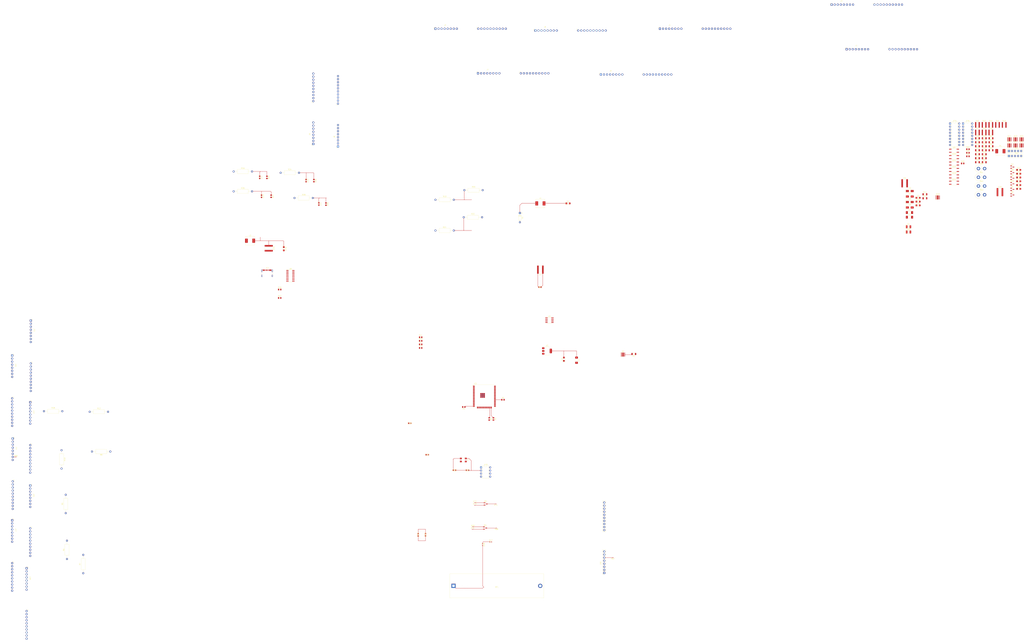
<source format=kicad_pcb>
(kicad_pcb (version 20241229) (generator "pcbnew") (generator_version "9.0")
  (layers (0 "F.Cu" signal) (2 "B.Cu" signal) (13 "F.Paste" user) (15 "B.Paste" user) (5 "F.SilkS" user "F.Silkscreen") (7 "B.SilkS" user "B.Silkscreen") (1 "F.Mask" user) (3 "B.Mask" user) (25 "Edge.Cuts" user))
  (net 0 "")
  (net 1 "GND")
  (net 2 "Net-(BT1-+)")
  (net 3 "VCC")
  (net 4 "-3.3V")
  (net 5 "+3.3V")
  (net 6 "Net-(C8-Pad2)")
  (net 7 "+12V")
  (net 8 "/page2/INPUT_AA1")
  (net 9 "/page2/INPUT_AA2")
  (net 10 "/page2/INPUT_AA3")
  (net 11 "/page2/INPUT_AA4")
  (net 12 "VCC_12v_1")
  (net 13 "Net-(Q1-C)")
  (net 14 "+12VIN")
  (net 15 "Net-(U19-X1)")
  (net 16 "Net-(C26-Pad1)")
  (net 17 "Net-(U19-X2)")
  (net 18 "/OUT 5V")
  (net 19 "Net-(D2-A)")
  (net 20 "Net-(D3-A2)")
  (net 21 "Net-(D3-A1)")
  (net 22 "/page2/INA1")
  (net 23 "/page2/INA2")
  (net 24 "/page2/INA3")
  (net 25 "/page2/INA4")
  (net 26 "Net-(D11-K)")
  (net 27 "Net-(D12-K)")
  (net 28 "Net-(D13-K)")
  (net 29 "Net-(D14-K)")
  (net 30 "Net-(D15-K)")
  (net 31 "Net-(D16-K)")
  (net 32 "VBAT")
  (net 33 "/GPIO13")
  (net 36 "/CHA2")
  (net 37 "/CHA4")
  (net 38 "/CHA3")
  (net 39 "/CHA1")
  (net 40 "/NO0")
  (net 41 "/PCOMI")
  (net 42 "/NC0")
  (net 43 "/NC1")
  (net 44 "/NO1")
  (net 45 "/PCOM2")
  (net 46 "/PCOM3")
  (net 47 "/NO2")
  (net 48 "/NC2")
  (net 49 "/NO3")
  (net 50 "/PCOM4")
  (net 51 "/NC3")
  (net 52 "/NO4")
  (net 53 "/NC4")
  (net 54 "/PCOM5")
  (net 55 "/NC5")
  (net 56 "/PCOM6")
  (net 57 "/NO5")
  (net 58 "/INPUT_D2")
  (net 59 "/INPUT_D4")
  (net 60 "/INPUT_D1")
  (net 61 "/INPUT_D5")
  (net 62 "/INPUT_D3")
  (net 63 "/INPUT_D6")
  (net 64 "/DAOU2")
  (net 65 "/DAOU1")
  (net 66 "/TEPP2")
  (net 67 "/TEPP1")
  (net 68 "/IO12")
  (net 71 "/page2/USBC_N")
  (net 73 "/page2/USBC_P")
  (net 77 "/SPI_CS")
  (net 78 "/SPI_MISO")
  (net 79 "/SPI_CLK")
  (net 80 "Net-(J14-Pin_7)")
  (net 81 "/SPI_RST")
  (net 82 "/SPI_MOSI")
  (net 87 "/SPI_DIO0")
  (net 89 "/CE_S")
  (net 91 "/IRQ")
  (net 92 "/IIC_SDA")
  (net 93 "/IIC_SCL")
  (net 94 "/TUYA_TX")
  (net 95 "/TUYA_RX")
  (net 96 "Net-(Q1-B)")
  (net 97 "/page2/RTS")
  (net 98 "/page2/IO0")
  (net 99 "/page2/DTR")
  (net 100 "Net-(Q2-B)")
  (net 101 "Net-(Q3-G)")
  (net 102 "/SCL_5V")
  (net 103 "/SDA5V")
  (net 104 "Net-(Q4-G)")
  (net 105 "/11C_SCL")
  (net 106 "Net-(R6-Pad2)")
  (net 107 "Net-(U4-A)")
  (net 108 "Net-(U4-B)")
  (net 109 "Net-(U4-~{RE})")
  (net 110 "Net-(U6-1IN+)")
  (net 111 "Net-(U6-1IN-)")
  (net 112 "/DAC1")
  (net 113 "/DAC2")
  (net 114 "Net-(U6-2IN-)")
  (net 115 "/page2/CHA1")
  (net 116 "Net-(U6-2IN+)")
  (net 117 "/HT1")
  (net 118 "/HT2")
  (net 119 "/page2/CHA2")
  (net 120 "/page2/CHA3")
  (net 121 "/page2/CHA4")
  (net 122 "Net-(R30-Pad2)")
  (net 123 "Net-(R31-Pad2)")
  (net 124 "Net-(R32-Pad2)")
  (net 125 "Net-(R33-Pad2)")
  (net 126 "/page2/DPP_P")
  (net 127 "/page2/DPP_N")
  (net 128 "/page2/IN0A")
  (net 129 "/page2/INPUT D1")
  (net 130 "/page2/IN1A")
  (net 131 "/page2/INPUT D2")
  (net 132 "/page2/IN2A")
  (net 133 "/page2/INPUT D3")
  (net 134 "/page2/IN3A")
  (net 135 "/page2/INPUT D4")
  (net 136 "/page2/IN4A")
  (net 137 "/page2/INPUT D5")
  (net 138 "/page2/INPUT D6")
  (net 139 "/page2/IN5A")
  (net 140 "/page2/INA3A")
  (net 141 "/page2/INA2A")
  (net 142 "/page2/INA1A")
  (net 143 "/page2/INA0A")
  (net 144 "/page2/INA5A")
  (net 145 "/page2/INA4A")
  (net 148 "/page2/II_SDA")
  (net 149 "/page2/IIC_SCL")
  (net 150 "/page2/RLY1")
  (net 151 "/page2/RLY2")
  (net 152 "/page2/RLY3")
  (net 153 "/page2/RLY5")
  (net 154 "/page2/RLY6")
  (net 155 "/page2/RLY4")
  (net 156 "/page2/IN_D6")
  (net 157 "/page2/IN_D5")
  (net 158 "/page2/IN_D4")
  (net 159 "/page2/IN_D3")
  (net 160 "/page2/IN_D2")
  (net 161 "/page2/IN_D1")
  (net 162 "/page2/OT3")
  (net 163 "/page2/OT1")
  (net 164 "/page2/OT2")
  (net 165 "/page2/OT4")
  (net 168 "/page2/OT6")
  (net 169 "/page2/OT5")
  (net 170 "-12V")
  (net 171 "/INA3")
  (net 172 "/U0T")
  (net 174 "/485RX")
  (net 176 "/IIT1")
  (net 179 "/11C_SDA")
  (net 181 "/INA 1")
  (net 182 "/IO0")
  (net 183 "/485TX")
  (net 185 "/U0R")
  (net 186 "/INA 2")
  (net 187 "/EN")
  (net 188 "/INA4")
  (net 194 "/page2/U0T")
  (net 198 "/page2/U0R")
  (net 199 "/page2/IN D1")
  (net 200 "/page2/IN D2")
  (net 201 "/page2/IN D3")
  (net 202 "/page2/IN D4")
  (net 203 "/page2/IN D5")
  (net 204 "/page2/IN D6")
  (footprint "Resistor_SMD:R_0805_2012Metric" (layer "F.Cu") (at 451.025 220.4125 -90)
    (property "Reference" "R5")
    (property "Value" "10K")
  )
  (footprint "Package_TO_SOT_SMD:SOT-223-3_TabPin2" (layer "F.Cu") (at 499.025 164)
    (property "Reference" "U2")
    (property "Value" "AMS1117-3.3")
  )
  (footprint "Module:Flipper_Zero_Angled" (layer "F.Cu") (at 70.5 138.8 -90)
    (property "Reference" "J11")
    (property "Value" "Conn_01x07")
  )
  (footprint "Resistor_SMD:R_1206_3216Metric" (layer "F.Cu") (at 867.57 -9.24)
    (property "Reference" "R63")
    (property "Value" "4.7K")
  )
  (footprint "Diode_SMD:D_SOD-523" (layer "F.Cu") (at 452.325 322.5)
    (property "Reference" "D17")
    (property "Value" "1N4148WT")
  )
  (footprint "Package_DIP:DIP-8_W7.62mm" (layer "F.Cu") (at 444.22 260.69)
    (property "Reference" "U19")
    (property "Value" "DS1307N+")
  )
  (footprint "Resistor_SMD:R_1206_3216Metric" (layer "F.Cu") (at 856.35 4)
    (property "Reference" "R43")
    (property "Value" "2K/1206")
  )
  (footprint "Resistor_SMD:R_1218_3246Metric" (layer "F.Cu") (at 867.42 -23.67)
    (property "Reference" "R44")
    (property "Value" "100K")
  )
  (footprint "Resistor_SMD:R_0805_2012Metric" (layer "F.Cu") (at 848.45 2.42)
    (property "Reference" "R35")
    (property "Value" "12k")
  )
  (footprint "Resistor_THT:R_Axial_DIN0614_L14.3mm_D5.7mm_P5.08mm_Vertical" (layer "F.Cu") (at 857.17 12.59)
    (property "Reference" "R50")
    (property "Value" "10K")
  )
  (footprint "Capacitor_Tantalum_SMD:CP_EIA-2012-12_Kemet-R" (layer "F.Cu") (at 309.61 42 -90)
    (property "Reference" "C14")
    (property "Value" "10p")
  )
  (footprint "Resistor_SMD:R_0805_2012Metric" (layer "F.Cu") (at 266.5 19.9125 -90)
    (property "Reference" "R23")
    (property "Value" "10K/1%")
  )
  (footprint "Resistor_SMD:R_1206_3216Metric" (layer "F.Cu") (at 856.35 -9.24)
    (property "Reference" "R39")
    (property "Value" "2K/1206")
  )
  (footprint "Resistor_SMD:R_1206_3216Metric" (layer "F.Cu") (at 812.7 33.94)
    (property "Reference" "R14")
    (property "Value" "3.16K/1%")
  )
  (footprint "Module:Flipper_Zero_Angled" (layer "F.Cu") (at 735.3 -123.5)
    (property "Reference" "J3")
    (property "Value" "Conn_01x05")
  )
  (footprint "Capacitor_Tantalum_SMD:CP_EIA-3216-18_Kemet-A" (layer "F.Cu") (at 516.5 41.5)
    (property "Reference" "C1")
    (property "Value" "100nF")
  )
  (footprint "Resistor_SMD:R_1206_3216Metric" (layer "F.Cu") (at 861.96 0.69)
    (property "Reference" "R59")
    (property "Value" "4.7K")
  )
  (footprint "Resistor_THT:R_Axial_DIN0309_L9.0mm_D3.2mm_P15.24mm_Horizontal" (layer "F.Cu") (at 238.88 31.5)
    (property "Reference" "R26")
    (property "Value" "5.1K")
  )
  (footprint "Diode_THT:D_DO-35_SOD27_P7.62mm_Horizontal" (layer "F.Cu") (at 476.5 49.5 -90)
    (property "Reference" "D1")
    (property "Value" "SS36")
  )
  (footprint "Resistor_SMD:R_1218_3246Metric" (layer "F.Cu") (at 861.87 -23.67)
    (property "Reference" "R33")
    (property "Value" "100R")
  )
  (footprint "Resistor_THT:R_Axial_DIN0309_L9.0mm_D3.2mm_P15.24mm_Horizontal" (layer "F.Cu") (at 277.88 16.09)
    (property "Reference" "R24")
    (property "Value" "5.1K")
  )
  (footprint "Module:Flipper_Zero_Angled" (layer "F.Cu") (at 489.34 -102)
    (property "Reference" "J6")
    (property "Value" "Conn_01x03")
  )
  (footprint "Resistor_SMD:R_1206_3216Metric" (layer "F.Cu") (at 856.35 -2.62)
    (property "Reference" "R41")
    (property "Value" "2K/1206")
  )
  (footprint "Capacitor_SMD:C_1825_4564Metric" (layer "F.Cu") (at 268 78.745 -90)
    (property "Reference" "C15")
    (property "Value" "1uF/50V")
  )
  (footprint "Resistor_SMD:R_1206_3216Metric" (layer "F.Cu") (at 571.0625 166.5 180)
    (property "Reference" "R1")
    (property "Value" "1K")
  )
  (footprint "Inductor_SMD:L_Sunlord_MWSA0605S" (layer "F.Cu") (at 493.5 41.5)
    (property "Reference" "L1")
    (property "Value" "68uF/2A")
  )
  (footprint "Inductor_SMD:L_Sunlord_MWSA0605S" (layer "F.Cu") (at 252.5 72.5)
    (property "Reference" "L2")
    (property "Value" "22R/500MA")
  )
  (footprint "Capacitor_Tantalum_SMD:CP_EIA-2012-12_Kemet-R" (layer "F.Cu") (at 422.135 263 180)
    (property "Reference" "C26")
    (property "Value" "12.5pF/NC")
  )
  (footprint "Resistor_SMD:R_0805_2012Metric" (layer "F.Cu") (at 844.04 8.32)
    (property "Reference" "R30")
    (property "Value" "10k")
  )
  (footprint "Capacitor_Tantalum_SMD:CP_EIA-2012-12_Kemet-R" (layer "F.Cu") (at 433.025 263)
    (property "Reference" "C27")
    (property "Value" "12.5pF/NC")
  )
  (footprint "Resistor_SMD:R_0805_2012Metric" (layer "F.Cu") (at 462.4375 204.5)
    (property "Reference" "R3")
    (property "Value" "10K")
  )
  (footprint "Resistor_SMD:R_1206_3216Metric" (layer "F.Cu") (at 856.35 7.31)
    (property "Reference" "R54")
    (property "Value" "4.7K")
  )
  (footprint "Resistor_SMD:R_0805_2012Metric" (layer "F.Cu") (at 394.1125 161.5)
    (property "Reference" "R74")
    (property "Value" "10K")
  )
  (footprint "Module:Flipper_Zero_Angled" (layer "F.Cu") (at 406.38 -103.5)
    (property "Reference" "J2")
    (property "Value" "Conn_01x02")
  )
  (footprint "Resistor_THT:R_Axial_DIN0309_L9.0mm_D3.2mm_P15.24mm_Horizontal" (layer "F.Cu") (at 289.38 37)
    (property "Reference" "R28")
    (property "Value" "5.1K")
  )
  (footprint "Capacitor_Tantalum_SMD:CP_EIA-3216-18_Kemet-A" (layer "F.Cu") (at 807.065 36.85)
    (property "Reference" "C3")
    (property "Value" "100nF")
  )
  (footprint "Package_TO_SOT_SMD:SOT-23" (layer "F.Cu") (at 885.26 34.49)
    (property "Reference" "Q2")
    (property "Value" "SS8050")
  )
  (footprint "Resistor_SMD:R_0805_2012Metric" (layer "F.Cu") (at 429.9375 210.5 180)
    (property "Reference" "R4")
    (property "Value" "10K")
  )
  (footprint "Module:Flipper_Zero_Angled" (layer "F.Cu") (at 55 304.58 -90)
    (property "Reference" "J17")
    (property "Value" "Conn_01x04_Socket")
  )
  (footprint "Resistor_THT:R_Axial_DIN0614_L14.3mm_D5.7mm_P5.08mm_Vertical" (layer "F.Cu") (at 857.17 19.84)
    (property "Reference" "R51")
    (property "Value" "10K")
  )
  (footprint "Resistor_SMD:R_0201_0603Metric" (layer "F.Cu") (at 553.68 335.5 180)
    (property "Reference" "R67")
    (property "Value" "10K")
  )
  (footprint "Package_SO:SO-4_4.4x3.6mm_P2.54mm" (layer "F.Cu") (at 836.91 3.1)
    (property "Reference" "U10")
    (property "Value" "LTV-358T")
  )
  (footprint "Resistor_THT:R_Axial_DIN0309_L9.0mm_D3.2mm_P15.24mm_Horizontal" (layer "F.Cu") (at 114 348.5 90)
    (property "Reference" "R7")
    (property "Value" "4K7")
  )
  (footprint "Resistor_SMD:R_0805_2012Metric" (layer "F.Cu") (at 454.525 220.4125 -90)
    (property "Reference" "R2")
    (property "Value" "10K")
  )
  (footprint "LED_SMD:LED_Cree-XP" (layer "F.Cu") (at 892.95 -6.63)
    (property "Reference" "D16")
    (property "Value" "LED")
  )
  (footprint "Resistor_SMD:R_01005_0402Metric_Pad0.57x0.30mm_HandSolder" (layer "F.Cu") (at 437.1625 312)
    (property "Reference" "R70")
    (property "Value" "427")
  )
  (footprint "Resistor_THT:R_Axial_DIN0309_L9.0mm_D3.2mm_P15.24mm_Horizontal" (layer "F.Cu") (at 119.38 214.5)
    (property "Reference" "R12")
    (property "Value" "4K7/1%")
  )
  (footprint "Package_SO:SO-4_4.4x3.6mm_P2.54mm" (layer "F.Cu") (at 836.91 -2.215)
    (property "Reference" "U9")
    (property "Value" "LTV-358T")
  )
  (footprint "Resistor_THT:R_Axial_DIN0309_L9.0mm_D3.2mm_P15.24mm_Horizontal" (layer "F.Cu") (at 99.5 298.62 90)
    (property "Reference" "R9")
    (property "Value" "PPTC/60V/10R")
  )
  (footprint "LED_SMD:LED_Cree-XP" (layer "F.Cu") (at 887.9 -11.68)
    (property "Reference" "D13")
    (property "Value" "LED")
  )
  (footprint "Diode_SMD:D_SMA" (layer "F.Cu") (at 800.165 40.35)
    (property "Reference" "D5")
    (property "Value" "SMAJ64CA")
  )
  (footprint "Module:Flipper_Zero_Angled" (layer "F.Cu") (at 305 -7.84 90)
    (property "Reference" "J9")
    (property "Value" "Conn_01x03")
  )
  (footprint "Resistor_SMD:R_1206_3216Metric" (layer "F.Cu") (at 861.96 7.31)
    (property "Reference" "R61")
    (property "Value" "4.7K")
  )
  (footprint "Resistor_THT:R_Axial_DIN0309_L9.0mm_D3.2mm_P15.24mm_Horizontal" (layer "F.Cu") (at 81.38 214)
    (property "Reference" "R18")
    (property "Value" "4K7/1%")
  )
  (footprint "Resistor_SMD:R_0805_2012Metric" (layer "F.Cu") (at 848.45 -3.48)
    (property "Reference" "R31")
    (property "Value" "10k")
  )
  (footprint "Capacitor_Tantalum_SMD:CP_EIA-3216-18_Kemet-A" (layer "F.Cu") (at 280.5 79.1475 -90)
    (property "Reference" "C16")
    (property "Value" "100nF")
  )
  (footprint "Package_SO:SO-4_4.4x3.6mm_P2.54mm" (layer "F.Cu") (at 836.91 13.73)
    (property "Reference" "U12")
    (property "Value" "LTV-358T")
  )
  (footprint "Resistor_THT:R_Axial_DIN0614_L14.3mm_D5.7mm_P5.08mm_Vertical" (layer "F.Cu") (at 857.17 27.09)
    (property "Reference" "R52")
    (property "Value" "10K")
  )
  (footprint "Package_SO:SO-4_4.4x3.6mm_P2.54mm" (layer "F.Cu") (at 836.91 24.36)
    (property "Reference" "U14")
    (property "Value" "LTV-358T")
  )
  (footprint "Package_TO_SOT_SMD:SOT-23" (layer "F.Cu") (at 885.26 29.865)
    (property "Reference" "Q1")
    (property "Value" "SS8050")
  )
  (footprint "Capacitor_Tantalum_SMD:CP_EIA-3216-18_Kemet-A" (layer "F.Cu") (at 890.585 13.69)
    (property "Reference" "C17")
    (property "Value" "100nF")
  )
  (footprint "Module:Flipper_Zero_Angled" (layer "F.Cu") (at 747.76 -86.5)
    (property "Reference" "J1")
    (property "Value" "Conn_01x02")
  )
  (footprint "Resistor_SMD:R_01005_0402Metric_Pad0.57x0.30mm_HandSolder" (layer "F.Cu") (at 456.525 291 180)
    (property "Reference" "R71")
    (property "Value" "427")
  )
  (footprint "Resistor_SMD:R_1218_3246Metric" (layer "F.Cu") (at 878.52 -23.67)
    (property "Reference" "R46")
    (property "Value" "100K")
  )
  (footprint "Capacitor_Tantalum_SMD:CP_EIA-3216-18_Kemet-A" (layer "F.Cu") (at 890.585 29.44)
    (property "Reference" "C22")
    (property "Value" "100nF")
  )
  (footprint "Capacitor_Tantalum_SMD:CP_EIA-3216-18_Kemet-A" (layer "F.Cu") (at 807.065 40)
    (property "Reference" "C10")
    (property "Value" "100nF/50V")
  )
  (footprint "Resistor_SMD:R_01005_0402Metric_Pad0.57x0.30mm_HandSolder" (layer "F.Cu") (at 439.025 292)
    (property "Reference" "R73")
    (property "Value" "427")
  )
  (footprint "Resistor_SMD:R_1206_3216Metric" (layer "F.Cu") (at 867.57 -5.93)
    (property "Reference" "R64")
    (property "Value" "4.7K")
  )
  (footprint "Capacitor_Tantalum_SMD:CP_EIA-3216-18_Kemet-A" (layer "F.Cu") (at 890.585 23.14)
    (property "Reference" "C20")
    (property "Value" "100nF")
  )
  (footprint "LED_SMD:LED_Cree-XP" (layer "F.Cu") (at 882.85 -6.63)
    (property "Reference" "D12")
    (property "Value" "LED")
  )
  (footprint "Resistor_SMD:R_1218_3246Metric" (layer "F.Cu") (at 856.32 -17.36)
    (property "Reference" "R47")
    (property "Value" "100K")
  )
  (footprint "Resistor_SMD:R_0805_2012Metric" (layer "F.Cu") (at 394.1125 155.6)
    (property "Reference" "R13")
    (property "Value" "10K 1%")
  )
  (footprint "Resistor_THT:R_Axial_DIN0309_L9.0mm_D3.2mm_P15.24mm_Horizontal" (layer "F.Cu") (at 406.38 38.5)
    (property "Reference" "R19")
    (property "Value" "100K")
  )
  (footprint "Battery:BatteryHolder_MPD_BH-18650-PC2" (layer "F.Cu") (at 421.38 359)
    (property "Reference" "BT1")
    (property "Value" "Battery_Cell")
  )
  (footprint "Resistor_SMD:R_1218_3246Metric" (layer "F.Cu") (at 861.87 -17.36)
    (property "Reference" "R48")
    (property "Value" "100K")
  )
  (footprint "LED_SMD:LED_Cree-XP" (layer "F.Cu") (at 823.41 36.55)
    (property "Reference" "D19")
    (property "Value" "LED")
  )
  (footprint "RF_Module:ESP32-WROOM-32U" (layer "F.Cu") (at 447.025 201.59)
    (property "Reference" "U3")
    (property "Value" "ESP32-WROOM-32U")
  )
  (footprint "Diode_SMD:D_SMA" (layer "F.Cu") (at 800.165 35.8)
    (property "Reference" "D4")
    (property "Value" "SMAJ64CA")
  )
  (footprint "Capacitor_Tantalum_SMD:CP_EIA-3528-21_Kemet-B" (layer "F.Cu") (at 799.125 60.9)
    (property "Reference" "C4")
    (property "Value" "22uF/6.3V")
  )
  (footprint "Diode_SMD:D_SOD-523" (layer "F.Cu") (at 445.525 324.8 -90)
    (property "Reference" "D18")
    (property "Value" "1N4148WT")
  )
  (footprint "Capacitor_Tantalum_SMD:CP_EIA-2012-12_Kemet-R" (layer "F.Cu") (at 392.025 316.61 90)
    (property "Reference" "C25")
    (property "Value" "10uF/10V")
  )
  (footprint "Capacitor_Tantalum_SMD:CP_EIA-3216-18_Kemet-A" (layer "F.Cu") (at 890.585 19.99)
    (property "Reference" "C19")
    (property "Value" "100nF")
  )
  (footprint "Resistor_SMD:R_1206_3216Metric" (layer "F.Cu") (at 856.35 -5.93)
    (property "Reference" "R40")
    (property "Value" "2K/1206")
  )
  (footprint "LED_SMD:LED_Cree-XP" (layer "F.Cu") (at 562.125 167)
    (property "Reference" "D2")
    (property "Value" "LED")
  )
  (footprint "Package_TO_SOT_SMD:SOT-23" (layer "F.Cu") (at 447.5875 311)
    (property "Reference" "Q3")
    (property "Value" "AO3400A")
  )
  (footprint "Resistor_SMD:R_1218_3246Metric" (layer "F.Cu") (at 872.97 -23.67)
    (property "Reference" "R45")
    (property "Value" "100K")
  )
  (footprint "Capacitor_Tantalum_SMD:CP_EIA-2012-12_Kemet-R" (layer "F.Cu") (at 398.135 316.5 90)
    (property "Reference" "C24")
    (property "Value" "10uF/10V")
  )
  (footprint "Resistor_THT:R_Axial_DIN0309_L9.0mm_D3.2mm_P15.24mm_Horizontal" (layer "F.Cu") (at 136.5 247.5 180)
    (property "Reference" "R8")
    (property "Value" "120R")
  )
  (footprint "Package_TO_SOT_SMD:SOT-23" (layer "F.Cu") (at 885.26 15.99)
    (property "Reference" "D8")
    (property "Value" "BAT54S")
  )
  (footprint "Capacitor_SMD:C_1825_4564Metric" (layer "F.Cu") (at 493.5 96.5 180)
    (property "Reference" "C7")
    (property "Value" "0.1uF")
  )
  (footprint "Package_SO:SOIC-16_3.9x9.9mm_P1.27mm" (layer "F.Cu") (at 285.975 101.675)
    (property "Reference" "U8")
    (property "Value" "CH340C")
  )
  (footprint "Resistor_SMD:R_1206_3216Metric" (layer "F.Cu") (at 861.96 -9.24)
    (property "Reference" "R56")
    (property "Value" "4.7K")
  )
  (footprint "Package_SO:SO-4_4.4x3.6mm_P2.54mm" (layer "F.Cu") (at 836.91 8.415)
    (property "Reference" "U11")
    (property "Value" "LTV-358T")
  )
  (footprint "Capacitor_Tantalum_SMD:CP_EIA-2012-12_Kemet-R" (layer "F.Cu") (at 299 22.61 -90)
    (property "Reference" "C12")
    (property "Value" "10p")
  )
  (footprint "Capacitor_SMD:C_1808_4520Metric_Pad1.72x2.30mm_HandSolder" (layer "F.Cu") (at 523.525 171.6625 -90)
    (property "Reference" "E4")
    (property "Value" "220uF/10V")
  )
  (footprint "Package_SO:SO-4_4.4x3.6mm_P2.54mm" (layer "F.Cu") (at 836.91 19.045)
    (property "Reference" "U13")
    (property "Value" "LTV-358T")
  )
  (footprint "Package_TO_SOT_SMD:SOT-23" (layer "F.Cu") (at 885.26 11.365)
    (property "Reference" "D7")
    (property "Value" "BAT54S")
  )
  (footprint "Resistor_SMD:R_1218_3246Metric" (layer "F.Cu") (at 856.32 -23.67)
    (property "Reference" "R32")
    (property "Value" "100R")
  )
  (footprint "Capacitor_Tantalum_SMD:CP_EIA-3216-18_Kemet-A" (layer "F.Cu") (at 890.585 16.84)
    (property "Reference" "C18")
    (property "Value" "100nF")
  )
  (footprint "Capacitor_Tantalum_SMD:CP_EIA-3216-18_Kemet-A" (layer "F.Cu") (at 807.065 43.15)
    (property "Reference" "C28")
    (property "Value" "100nF")
  )
  (footprint "Connector_USB:USB_C_Receptacle_GCT_USB4105-xx-A_16P_TopMnt_Horizontal" (layer "F.Cu") (at 266.61 100.605)
    (property "Reference" "J13")
    (property "Value" "USB_C_Receptacle_USB2.0_14P")
  )
  (footprint "Capacitor_Tantalum_SMD:CP_EIA-2012-12_Kemet-R" (layer "F.Cu") (at 385.135 224)
    (property "Reference" "C8")
    (property "Value" "10k")
  )
  (footprint "Resistor_SMD:R_0805_2012Metric" (layer "F.Cu") (at 270 35.5875 -90)
    (property "Reference" "R27")
    (property "Value" "10K/1%")
  )
  (footprint "Capacitor_SMD:C_1825_4564Metric" (layer "F.Cu") (at 795.89 24.8)
    (property "Reference" "C9")
    (property "Value" "0.1uF")
  )
  (footprint "Resistor_SMD:R_1206_3216Metric" (layer "F.Cu") (at 861.96 -12.55)
    (property "Reference" "R55")
    (property "Value" "4.7K")
  )
  (footprint "Resistor_SMD:R_1206_3216Metric" (layer "F.Cu") (at 867.57 -2.62)
    (property "Reference" "R65")
    (property "Value" "4.7K")
  )
  (footprint "Module:Flipper_Zero_Angled" (layer "F.Cu") (at 325.5 -5.76 90)
    (property "Reference" "J8")
    (property "Value" "Conn_01x03")
  )
  (footprint "Package_SO:SOIC-8_3.9x4.9mm_P1.27mm" (layer "F.Cu") (at 501.05 138.405)
    (property "Reference" "U1")
    (property "Value" "XL1509-5.0")
  )
  (footprint "Resistor_THT:R_Axial_DIN0309_L9.0mm_D3.2mm_P15.24mm_Horizontal" (layer "F.Cu") (at 430.38 30.5)
    (property "Reference" "R20")
    (property "Value" "4.7K")
  )
  (footprint "Resistor_THT:R_Axial_DIN0614_L14.3mm_D5.7mm_P5.08mm_Vertical" (layer "F.Cu") (at 857.17 34.34)
    (property "Reference" "R53")
    (property "Value" "10K")
  )
  (footprint "Resistor_THT:R_Axial_DIN0309_L9.0mm_D3.2mm_P15.24mm_Horizontal" (layer "F.Cu") (at 100.5 336.74 90)
    (property "Reference" "R6")
    (property "Value" "4K7")
  )
  (footprint "Oscillator:Oscillator_SMD_Fox_FT5H_5.0x3.2mm" (layer "F.Cu") (at 429.525 254.5 -90)
    (property "Reference" "Y1")
    (property "Value" "Crystal")
  )
  (footprint "Capacitor_SMD:C_1808_4520Metric_Pad1.72x2.30mm_HandSolder" (layer "F.Cu") (at 799.9 49.1)
    (property "Reference" "E2")
    (property "Value" "100uF/35V")
  )
  (footprint "Resistor_SMD:R_1206_3216Metric" (layer "F.Cu") (at 856.35 0.69)
    (property "Reference" "R42")
    (property "Value" "2K/1206")
  )
  (footprint "Resistor_SMD:R_0201_0603Metric" (layer "F.Cu") (at 58.155 252)
    (property "Reference" "R66")
    (property "Value" "10K")
  )
  (footprint "Capacitor_Tantalum_SMD:CP_EIA-3216-18_Kemet-A" (layer "F.Cu") (at 513.025 170.8525 90)
    (property "Reference" "C2")
    (property "Value" "100nF")
  )
  (footprint "Module:Flipper_Zero_Straight" (layer "F.Cu") (at 546.525 348.26 90)
    (property "Reference" "J16")
    (property "Value" "Conn_2Rows-09Pins")
  )
  (footprint "Resistor_THT:R_Axial_DIN0309_L9.0mm_D3.2mm_P15.24mm_Horizontal" (layer "F.Cu") (at 238.88 15)
    (property "Reference" "R16")
    (property "Value" "5.1K")
  )
  (footprint "Resistor_THT:R_Axial_DIN0309_L9.0mm_D3.2mm_P15.24mm_Horizontal" (layer "F.Cu") (at 96 246.38 -90)
    (property "Reference" "R10")
    (property "Value" "PPTC/60V/10R")
  )
  (footprint "Resistor_SMD:R_0805_2012Metric" (layer "F.Cu") (at 394.1125 152.65)
    (property "Reference" "R11")
    (property "Value" "10K")
  )
  (footprint "Module:Flipper_Zero_Angled" (layer "F.Cu") (at 70 206.58 -90)
    (property "Reference" "J12")
    (property "Value" "Conn_01x04")
  )
  (footprint "Resistor_SMD:R_1206_3216Metric" (layer "F.Cu") (at 861.96 -2.62)
    (property "Reference" "R58")
    (property "Value" "4.7K")
  )
  (footprint "Resistor_SMD:R_0805_2012Metric" (layer "F.Cu") (at 315.5 42.0875 -90)
    (property "Reference" "R29")
    (property "Value" "10K/1%")
  )
  (footprint "Resistor_THT:R_Axial_DIN0309_L9.0mm_D3.2mm_P15.24mm_Horizontal" (layer "F.Cu") (at 429.88 53)
    (property "Reference" "R22")
    (property "Value" "4.7K")
  )
  (footprint "Diode_SMD:D_SMA" (layer "F.Cu") (at 800.165 31.25)
    (property "Reference" "D3")
    (property "Value" "SMAJ64CA")
  )
  (footprint "Resistor_SMD:R_1218_3246Metric" (layer "F.Cu") (at 867.42 -17.36)
    (property "Reference" "R49")
    (property "Value" "100K")
  )
  (footprint "Diode_SMD:D_SMA" (layer "F.Cu") (at 800.165 44.9)
    (property "Reference" "D6")
    (property "Value" "SS36")
  )
  (footprint "Module:Flipper_Zero_Angled" (layer "F.Cu") (at 67 344.38 -90)
    (property "Reference" "J18")
    (property "Value" "Conn_01x04")
  )
  (footprint "Capacitor_Tantalum_SMD:CP_EIA-3216-18_Kemet-A" (layer "F.Cu") (at 890.585 26.29)
    (property "Reference" "C21")
    (property "Value" "100nF")
  )
  (footprint "LED_SMD:LED_Cree-XP" (layer "F.Cu") (at 882.85 -11.68)
    (property "Reference" "D11")
    (property "Value" "LED")
  )
  (footprint "Resistor_SMD:R_1206_3216Metric" (layer "F.Cu") (at 867.57 -12.55)
    (property "Reference" "R62")
    (property "Value" "4.7K")
  )
  (footprint "Resistor_SMD:R_01005_0402Metric_Pad0.57x0.30mm_HandSolder" (layer "F.Cu") (at 457.025 311 180)
    (property "Reference" "R68")
    (property "Value" "427")
  )
  (footprint "Capacitor_Tantalum_SMD:CP_EIA-2012-12_Kemet-R" (layer "F.Cu") (at 262 35.61 -90)
    (property "Reference" "C13")
    (property "Value" "10p")
  )
  (footprint "Resistor_SMD:R_01005_0402Metric_Pad0.57x0.30mm_HandSolder" (layer "F.Cu") (at 439.1625 290)
    (property "Reference" "R72")
    (property "Value" "427")
  )
  (footprint "LED_SMD:LED_Cree-XP" (layer "F.Cu") (at 887.9 -6.63)
    (property "Reference" "D14")
    (property "Value" "LED")
  )
  (footprint "Resistor_SMD:R_01005_0402Metric_Pad0.57x0.30mm_HandSolder" (layer "F.Cu") (at 437.3875 310)
    (property "Reference" "R69")
    (property "Value" "427")
  )
  (footprint "Resistor_SMD:R_0805_2012Metric" (layer "F.Cu") (at 277.0875 113)
    (property "Reference" "R36")
    (property "Value" "10k")
  )
  (footprint "Resistor_THT:R_Array_SIP5" (layer "F.Cu") (at 882.45 -2.02)
    (property "Reference" "RN1")
    (property "Value" "R_Network04")
  )
  (footprint "Capacitor_SMD:C_1808_4520Metric_Pad1.72x2.30mm_HandSolder" (layer "F.Cu") (at 799.9 52.95)
    (property "Reference" "E3")
    (property "Value" "220uF/10V")
  )
  (footprint "Resistor_SMD:R_0805_2012Metric" (layer "F.Cu") (at 305.5 22.5875 -90)
    (property "Reference" "R25")
    (property "Value" "10K/1%")
  )
  (footprint "LED_SMD:LED_Cree-XP" (layer "F.Cu") (at 892.95 -11.68)
    (property "Reference" "D15")
    (property "Value" "LED")
  )
  (footprint "Resistor_THT:R_Axial_DIN0309_L9.0mm_D3.2mm_P15.24mm_Horizontal" (layer "F.Cu") (at 406.38 64)
    (property "Reference" "R21")
    (property "Value" "100K")
  )
  (footprint "Resistor_SMD:R_1206_3216Metric" (layer "F.Cu") (at 861.96 4)
    (property "Reference" "R60")
    (property "Value" "4.7K")
  )
  (footprint "Module:Flipper_Zero_Angled" (layer "F.Cu") (at 441.72 -66.5)
    (property "Reference" "J7")
    (property "Value" "Conn_01x03")
  )
  (footprint "Resistor_SMD:R_0805_2012Metric" (layer "F.Cu") (at 277.0875 120)
    (property "Reference" "R37")
    (property "Value" "10k")
  )
  (footprint "Package_DIP:DIP-16_W7.62mm" (layer "F.Cu") (at 833.57 -24.78)
    (property "Reference" "U15")
    (property "Value" "PCF8574P")
  )
  (footprint "Capacitor_Tantalum_SMD:CP_EIA-2012-12_Kemet-R" (layer "F.Cu") (at 260.5 19.89 -90)
    (property "Reference" "C11")
    (property "Value" "10p")
  )
  (footprint "Resistor_SMD:R_1206_3216Metric" (layer "F.Cu") (at 856.35 -12.55)
    (property "Reference" "R38")
    (property "Value" "2K/1206")
  )
  (footprint "Module:Flipper_Zero_Angled" (layer "F.Cu") (at 70 275.7 -90)
    (property "Reference" "J15")
    (property "Value" "Conn_01x08_Socket")
  )
  (footprint "Module:Flipper_Zero_Angled" (layer "F.Cu") (at 55.5 236.7 -90)
    (property "Reference" "J14")
    (property "Value" "Conn_01x08_Socket")
  )
  (footprint "Capacitor_Tantalum_SMD:CP_EIA-2012-12_Kemet-R" (layer "F.Cu") (at 399.635 250.14)
    (property "Reference" "C5")
    (property "Value" "10uF/10V")
  )
  (footprint "Inductor_SMD:L_Sunlord_MWSA0605S" (layer "F.Cu") (at 875.35 -1.845)
    (property "Reference" "P1")
    (property "Value" "zx-xh2.54")
  )
  (footprint "Capacitor_Tantalum_SMD:CP_EIA-2012-12_Kemet-R" (layer "F.Cu") (at 493.11 111 180)
    (property "Reference" "C6")
    (property "Value" "10uF")
  )
  (footprint "Package_DIP:DIP-16_W7.62mm" (layer "F.Cu") (at 844.35 -24.78)
    (property "Reference" "U16")
    (property "Value" "PCF8574P")
  )
  (footprint "Module:Flipper_Zero_Angled" (layer "F.Cu") (at 592.76 -103.5)
    (property "Reference" "J4")
    (property "Value" "Conn_01x03")
  )
  (footprint "Resistor_SMD:R_0805_2012Metric" (layer "F.Cu") (at 848.45 -0.53)
    (property "Reference" "R34")
    (property "Value" "12k")
  )
  (footprint "Resistor_SMD:R_0805_2012Metric" (layer "F.Cu") (at 394.1125 158.55)
    (property "Reference" "R17")
    (property "Value" "10K 1%")
  )
  (footprint "Capacitor_SMD:C_1825_4564Metric" (layer "F.Cu") (at 875 32.14)
    (property "Reference" "C23")
    (property "Value" "C_Polarized_Small_US")
  )
  (footprint "Resistor_SMD:R_1206_3216Metric" (layer "F.Cu") (at 812.7 37.25)
    (property "Reference" "R15")
    (property "Value" "3.16K/ 1%")
  )
  (footprint "Package_TO_SOT_SMD:SOT-23" (layer "F.Cu") (at 885.26 25.24)
    (property "Reference" "D10")
    (property "Value" "BAT54S")
  )
  (footprint "Package_TO_SOT_SMD:SOT-23" (layer "F.Cu") (at 448.0875 291)
    (property "Reference" "Q4")
    (property "Value" "AO3400A")
  )
  (footprint "Module:Flipper_Zero_Angled" (layer "F.Cu") (at 55 167.76 -90)
    (property "Reference" "J10")
    (property "Value" "Conn_01x07")
  )
  (footprint "Package_TO_SOT_SMD:SOT-23" (layer "F.Cu") (at 885.26 20.615)
    (property "Reference" "D9")
    (property "Value" "BAT54S")
  )
  (footprint "Resistor_THT:R_Array_SIP5" (layer "F.Cu") (at 882.45 2.15)
    (property "Reference" "RN2")
    (property "Value" "R_Network04")
  )
  (footprint "Module:Flipper_Zero_Angled" (layer "F.Cu") (at 543.76 -65.5)
    (property "Reference" "J5")
    (property "Value" "Conn_01x03")
  )
  (footprint "Capacitor_Tantalum_SMD:CP_EIA-3528-21_Kemet-B" (layer "F.Cu") (at 799.125 65.25)
    (property "Reference" "C29")
    (property "Value" "22nF/63V")
  )
  (footprint "Resistor_SMD:R_1206_3216Metric" (layer "F.Cu") (at 861.96 -5.93)
    (property "Reference" "R57")
    (property "Value" "4.7K")
  )
  (segment (start 491.45 96.5) (end 491.45 110.23) (width 0.2) (layer "F.Cu") (net 1))
  (segment (start 491.45 110.23) (end 492.22 111) (width 0.2) (layer "F.Cu") (net 1))
  (segment (start 392.025 312) (end 392.025 315.72) (width 0.2) (layer "F.Cu") (net 1))
  (segment (start 398.135 315.61) (end 398.135 312.11) (width 0.2) (layer "F.Cu") (net 1))
  (segment (start 398.135 312.11) (end 398.025 312) (width 0.2) (layer "F.Cu") (net 1))
  (segment (start 398.025 312) (end 392.025 312) (width 0.2) (layer "F.Cu") (net 1))
  (segment (start 423.331 360.951) (end 421.38 359) (width 0.2) (layer "F.Cu") (net 2))
  (segment (start 445.574 360.951) (end 423.331 360.951) (width 0.2) (layer "F.Cu") (net 2))
  (segment (start 446.525 360) (end 445.574 360.951) (width 0.2) (layer "F.Cu") (net 2))
  (segment (start 445.525 359) (end 446.525 360) (width 0.2) (layer "F.Cu") (net 2))
  (segment (start 445.525 325.5) (end 445.525 359) (width 0.2) (layer "F.Cu") (net 2))
  (segment (start 495.55 109.45) (end 494 111) (width 0.2) (layer "F.Cu") (net 3))
  (segment (start 496.525 41.5) (end 515.1475 41.5) (width 0.2) (layer "F.Cu") (net 3))
  (segment (start 495.55 96.5) (end 495.55 109.45) (width 0.2) (layer "F.Cu") (net 3))
  (segment (start 502.175 164) (end 513.025 164) (width 0.2) (layer "F.Cu") (net 4))
  (segment (start 523.525 164) (end 523.525 169.5) (width 0.2) (layer "F.Cu") (net 4))
  (segment (start 513.025 164) (end 523.525 164) (width 0.2) (layer "F.Cu") (net 4))
  (segment (start 513.025 169.5) (end 513.025 164) (width 0.2) (layer "F.Cu") (net 4))
  (segment (start 392.025 317.5) (end 392.025 321.5) (width 0.2) (layer "F.Cu") (net 5))
  (segment (start 398.025 321.5) (end 398.135 321.39) (width 0.2) (layer "F.Cu") (net 5))
  (segment (start 398.135 321.39) (end 398.135 317.39) (width 0.2) (layer "F.Cu") (net 5))
  (segment (start 392.025 321.5) (end 398.025 321.5) (width 0.2) (layer "F.Cu") (net 5))
  (segment (start 260.5 19) (end 260.5 15.5) (width 0.2) (layer "F.Cu") (net 8))
  (segment (start 254.12 15) (end 261 15) (width 0.2) (layer "F.Cu") (net 8))
  (segment (start 261 15) (end 266.5 15) (width 0.2) (layer "F.Cu") (net 8))
  (segment (start 266.5 15) (end 266.5 19) (width 0.2) (layer "F.Cu") (net 8))
  (segment (start 260.5 15.5) (end 261 15) (width 0.2) (layer "F.Cu") (net 8))
  (segment (start 305.5 16.5) (end 305.5 21.675) (width 0.2) (layer "F.Cu") (net 9))
  (segment (start 299 16.09) (end 305.09 16.09) (width 0.2) (layer "F.Cu") (net 9))
  (segment (start 305.09 16.09) (end 305.5 16.5) (width 0.2) (layer "F.Cu") (net 9))
  (segment (start 293.12 16.09) (end 299 16.09) (width 0.2) (layer "F.Cu") (net 9))
  (segment (start 299 21.72) (end 299 16.09) (width 0.2) (layer "F.Cu") (net 9))
  (segment (start 254.12 31.5) (end 262 31.5) (width 0.2) (layer "F.Cu") (net 10))
  (segment (start 270 32) (end 270 34.675) (width 0.2) (layer "F.Cu") (net 10))
  (segment (start 262 34.72) (end 262 31.5) (width 0.2) (layer "F.Cu") (net 10))
  (segment (start 269.5 31.5) (end 270 32) (width 0.2) (layer "F.Cu") (net 10))
  (segment (start 262 31.5) (end 269.5 31.5) (width 0.2) (layer "F.Cu") (net 10))
  (segment (start 315.5 41.175) (end 315.5 37) (width 0.2) (layer "F.Cu") (net 11))
  (segment (start 310 37) (end 304.62 37) (width 0.2) (layer "F.Cu") (net 11))
  (segment (start 309.61 41.11) (end 309.61 37.39) (width 0.2) (layer "F.Cu") (net 11))
  (segment (start 316 37) (end 315.5 37) (width 0.2) (layer "F.Cu") (net 11))
  (segment (start 315.5 37) (end 310 37) (width 0.2) (layer "F.Cu") (net 11))
  (segment (start 309.61 37.39) (end 310 37) (width 0.2) (layer "F.Cu") (net 11))
  (segment (start 261 72.5) (end 268 72.5) (width 0.2) (layer "F.Cu") (net 12))
  (segment (start 280.5 73) (end 280.5 77.795) (width 0.2) (layer "F.Cu") (net 12))
  (segment (start 280 72.5) (end 280.5 73) (width 0.2) (layer "F.Cu") (net 12))
  (segment (start 268 76.695) (end 268 72.5) (width 0.2) (layer "F.Cu") (net 12))
  (segment (start 268 72.5) (end 280 72.5) (width 0.2) (layer "F.Cu") (net 12))
  (segment (start 261 72.5) (end 261 69.5) (width 0.2) (layer "F.Cu") (net 12))
  (segment (start 255.525 72.5) (end 261 72.5) (width 0.2) (layer "F.Cu") (net 12))
  (segment (start 421.245 263) (end 421.245 254.22) (width 0.2) (layer "F.Cu") (net 15))
  (segment (start 421.025 254) (end 421.775 253.25) (width 0.2) (layer "F.Cu") (net 15))
  (segment (start 421.245 254.22) (end 421.025 254) (width 0.2) (layer "F.Cu") (net 15))
  (segment (start 421.775 253.25) (end 427.475 253.25) (width 0.2) (layer "F.Cu") (net 15))
  (segment (start 432.135 263) (end 423.025 263) (width 0.2) (layer "F.Cu") (net 16))
  (segment (start 434.275 253.25) (end 431.575 253.25) (width 0.2) (layer "F.Cu") (net 17))
  (segment (start 436.025 255) (end 434.275 253.25) (width 0.2) (layer "F.Cu") (net 17))
  (segment (start 436.025 263.23) (end 436.025 255) (width 0.2) (layer "F.Cu") (net 17))
  (segment (start 444.22 263.23) (end 436.025 263.23) (width 0.2) (layer "F.Cu") (net 17))
  (segment (start 434.145 263.23) (end 433.915 263) (width 0.2) (layer "F.Cu") (net 17))
  (segment (start 436.025 263.23) (end 434.145 263.23) (width 0.2) (layer "F.Cu") (net 17))
  (segment (start 434.255 263.23) (end 434.025 263) (width 0.2) (layer "B.Cu") (net 17))
  (segment (start 478 41.5) (end 490.475 41.5) (width 0.2) (layer "F.Cu") (net 18))
  (segment (start 476.5 43) (end 478 41.5) (width 0.2) (layer "F.Cu") (net 18))
  (segment (start 476.5 49.5) (end 476.5 43) (width 0.2) (layer "F.Cu") (net 18))
  (segment (start 563.525 167) (end 569.1 167) (width 0.2) (layer "F.Cu") (net 19))
  (segment (start 569.1 167) (end 569.6 166.5) (width 0.2) (layer "F.Cu") (net 19))
  (segment (start 445.525 323) (end 445.525 324.1) (width 0.2) (layer "F.Cu") (net 32))
  (segment (start 451.625 322.5) (end 446.025 322.5) (width 0.2) (layer "F.Cu") (net 32))
  (segment (start 446.025 322.5) (end 445.525 323) (width 0.2) (layer "F.Cu") (net 32))
  (segment (start 429.88 63.88) (end 429.88 53) (width 0.2) (layer "F.Cu") (net 66))
  (segment (start 421.62 64) (end 430 64) (width 0.2) (layer "F.Cu") (net 66))
  (segment (start 430 64) (end 429.88 63.88) (width 0.2) (layer "F.Cu") (net 66))
  (segment (start 430 64) (end 436.5 64) (width 0.2) (layer "F.Cu") (net 66))
  (segment (start 430.5 38.5) (end 436.5 38.5) (width 0.2) (layer "F.Cu") (net 67))
  (segment (start 430.38 38.38) (end 430.5 38.5) (width 0.2) (layer "F.Cu") (net 67))
  (segment (start 421.62 38.5) (end 430.5 38.5) (width 0.2) (layer "F.Cu") (net 67))
  (segment (start 430.38 30.5) (end 430.38 38.38) (width 0.2) (layer "F.Cu") (net 67))
  (segment (start 438.275 209.845) (end 431.505 209.845) (width 0.2) (layer "F.Cu") (net 68))
  (segment (start 431.505 209.845) (end 430.85 210.5) (width 0.2) (layer "F.Cu") (net 68))
  (segment (start 456.04 204.5) (end 455.775 204.765) (width 0.2) (layer "F.Cu") (net 77))
  (segment (start 461.525 204.5) (end 456.04 204.5) (width 0.2) (layer "F.Cu") (net 77))
  (segment (start 57.835 252) (end 55.56 252) (width 0.2) (layer "F.Cu") (net 80))
  (segment (start 55.56 252) (end 55.5 251.94) (width 0.2) (layer "F.Cu") (net 80))
  (segment (start 452.74 217.715) (end 454.525 219.5) (width 0.2) (layer "F.Cu") (net 87))
  (segment (start 452.74 210.94) (end 452.74 217.715) (width 0.2) (layer "F.Cu") (net 87))
  (segment (start 546.585 335.5) (end 546.525 335.56) (width 0.2) (layer "F.Cu") (net 89))
  (segment (start 553.36 335.5) (end 546.585 335.5) (width 0.2) (layer "F.Cu") (net 89))
  (segment (start 447.1 292) (end 447.15 291.95) (width 0.2) (layer "F.Cu") (net 92))
  (segment (start 439.3625 292) (end 447.1 292) (width 0.2) (layer "F.Cu") (net 92))
  (segment (start 437.5 312) (end 446.6 312) (width 0.2) (layer "F.Cu") (net 93))
  (segment (start 446.6 312) (end 446.65 311.95) (width 0.2) (layer "F.Cu") (net 93))
  (segment (start 446.65 310.05) (end 437.775 310.05) (width 0.2) (layer "F.Cu") (net 101))
  (segment (start 437.775 310.05) (end 437.725 310) (width 0.2) (layer "F.Cu") (net 101))
  (segment (start 456.6875 311) (end 448.525 311) (width 0.2) (layer "F.Cu") (net 102))
  (segment (start 456.1875 291) (end 449.025 291) (width 0.2) (layer "F.Cu") (net 103))
  (segment (start 439.55 290.05) (end 439.5 290) (width 0.2) (layer "F.Cu") (net 104))
  (segment (start 447.15 290.05) (end 439.55 290.05) (width 0.2) (layer "F.Cu") (net 104))
  (segment (start 451.47 210.94) (end 451.47 219.055) (width 0.2) (layer "F.Cu") (net 105))
  (segment (start 451.47 219.055) (end 451.025 219.5) (width 0.2) (layer "F.Cu") (net 105))
)
</source>
